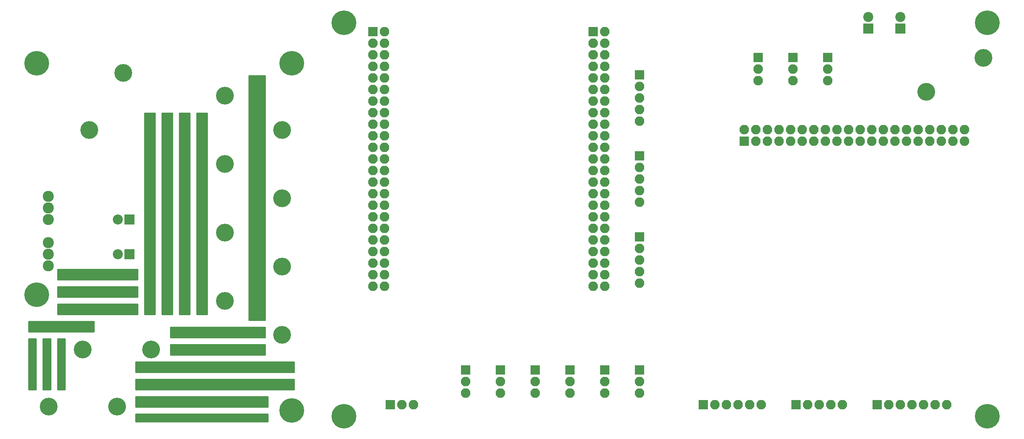
<source format=gbr>
G04 #@! TF.FileFunction,Soldermask,Bot*
%FSLAX46Y46*%
G04 Gerber Fmt 4.6, Leading zero omitted, Abs format (unit mm)*
G04 Created by KiCad (PCBNEW 4.0.3-stable) date 05/06/17 11:59:30*
%MOMM*%
%LPD*%
G01*
G04 APERTURE LIST*
%ADD10C,0.100000*%
%ADD11R,2.100000X2.100000*%
%ADD12O,2.100000X2.100000*%
%ADD13R,2.200000X2.200000*%
%ADD14C,2.200000*%
%ADD15C,3.900000*%
%ADD16C,5.400000*%
%ADD17C,2.432000*%
%ADD18C,0.254000*%
G04 APERTURE END LIST*
D10*
D11*
X114935000Y-50800000D03*
D12*
X117475000Y-50800000D03*
X114935000Y-53340000D03*
X117475000Y-53340000D03*
X114935000Y-55880000D03*
X117475000Y-55880000D03*
X114935000Y-58420000D03*
X117475000Y-58420000D03*
X114935000Y-60960000D03*
X117475000Y-60960000D03*
X114935000Y-63500000D03*
X117475000Y-63500000D03*
X114935000Y-66040000D03*
X117475000Y-66040000D03*
X114935000Y-68580000D03*
X117475000Y-68580000D03*
X114935000Y-71120000D03*
X117475000Y-71120000D03*
X114935000Y-73660000D03*
X117475000Y-73660000D03*
X114935000Y-76200000D03*
X117475000Y-76200000D03*
X114935000Y-78740000D03*
X117475000Y-78740000D03*
X114935000Y-81280000D03*
X117475000Y-81280000D03*
X114935000Y-83820000D03*
X117475000Y-83820000D03*
X114935000Y-86360000D03*
X117475000Y-86360000D03*
X114935000Y-88900000D03*
X117475000Y-88900000D03*
X114935000Y-91440000D03*
X117475000Y-91440000D03*
X114935000Y-93980000D03*
X117475000Y-93980000D03*
X114935000Y-96520000D03*
X117475000Y-96520000D03*
X114935000Y-99060000D03*
X117475000Y-99060000D03*
X114935000Y-101600000D03*
X117475000Y-101600000D03*
X114935000Y-104140000D03*
X117475000Y-104140000D03*
X114935000Y-106680000D03*
X117475000Y-106680000D03*
D11*
X163195000Y-50800000D03*
D12*
X165735000Y-50800000D03*
X163195000Y-53340000D03*
X165735000Y-53340000D03*
X163195000Y-55880000D03*
X165735000Y-55880000D03*
X163195000Y-58420000D03*
X165735000Y-58420000D03*
X163195000Y-60960000D03*
X165735000Y-60960000D03*
X163195000Y-63500000D03*
X165735000Y-63500000D03*
X163195000Y-66040000D03*
X165735000Y-66040000D03*
X163195000Y-68580000D03*
X165735000Y-68580000D03*
X163195000Y-71120000D03*
X165735000Y-71120000D03*
X163195000Y-73660000D03*
X165735000Y-73660000D03*
X163195000Y-76200000D03*
X165735000Y-76200000D03*
X163195000Y-78740000D03*
X165735000Y-78740000D03*
X163195000Y-81280000D03*
X165735000Y-81280000D03*
X163195000Y-83820000D03*
X165735000Y-83820000D03*
X163195000Y-86360000D03*
X165735000Y-86360000D03*
X163195000Y-88900000D03*
X165735000Y-88900000D03*
X163195000Y-91440000D03*
X165735000Y-91440000D03*
X163195000Y-93980000D03*
X165735000Y-93980000D03*
X163195000Y-96520000D03*
X165735000Y-96520000D03*
X163195000Y-99060000D03*
X165735000Y-99060000D03*
X163195000Y-101600000D03*
X165735000Y-101600000D03*
X163195000Y-104140000D03*
X165735000Y-104140000D03*
X163195000Y-106680000D03*
X165735000Y-106680000D03*
D11*
X187325000Y-132715000D03*
D12*
X189865000Y-132715000D03*
X192405000Y-132715000D03*
X194945000Y-132715000D03*
X197485000Y-132715000D03*
X200025000Y-132715000D03*
D11*
X225425000Y-132715000D03*
D12*
X227965000Y-132715000D03*
X230505000Y-132715000D03*
X233045000Y-132715000D03*
X235585000Y-132715000D03*
X238125000Y-132715000D03*
X240665000Y-132715000D03*
D11*
X207645000Y-132715000D03*
D12*
X210185000Y-132715000D03*
X212725000Y-132715000D03*
X215265000Y-132715000D03*
X217805000Y-132715000D03*
D11*
X196291200Y-74917300D03*
D12*
X196291200Y-72377300D03*
X198831200Y-74917300D03*
X198831200Y-72377300D03*
X201371200Y-74917300D03*
X201371200Y-72377300D03*
X203911200Y-74917300D03*
X203911200Y-72377300D03*
X206451200Y-74917300D03*
X206451200Y-72377300D03*
X208991200Y-74917300D03*
X208991200Y-72377300D03*
X211531200Y-74917300D03*
X211531200Y-72377300D03*
X214071200Y-74917300D03*
X214071200Y-72377300D03*
X216611200Y-74917300D03*
X216611200Y-72377300D03*
X219151200Y-74917300D03*
X219151200Y-72377300D03*
X221691200Y-74917300D03*
X221691200Y-72377300D03*
X224231200Y-74917300D03*
X224231200Y-72377300D03*
X226771200Y-74917300D03*
X226771200Y-72377300D03*
X229311200Y-74917300D03*
X229311200Y-72377300D03*
X231851200Y-74917300D03*
X231851200Y-72377300D03*
X234391200Y-74917300D03*
X234391200Y-72377300D03*
X236931200Y-74917300D03*
X236931200Y-72377300D03*
X239471200Y-74917300D03*
X239471200Y-72377300D03*
X242011200Y-74917300D03*
X242011200Y-72377300D03*
X244551200Y-74917300D03*
X244551200Y-72377300D03*
D13*
X223520000Y-50165000D03*
D14*
X223520000Y-47625000D03*
D13*
X230505000Y-50165000D03*
D14*
X230505000Y-47625000D03*
D11*
X173355000Y-78105000D03*
D12*
X173355000Y-80645000D03*
X173355000Y-83185000D03*
X173355000Y-85725000D03*
X173355000Y-88265000D03*
D11*
X173355000Y-60325000D03*
D12*
X173355000Y-62865000D03*
X173355000Y-65405000D03*
X173355000Y-67945000D03*
X173355000Y-70485000D03*
D11*
X214630000Y-56515000D03*
D12*
X214630000Y-59055000D03*
X214630000Y-61595000D03*
D11*
X207010000Y-56515000D03*
D12*
X207010000Y-59055000D03*
X207010000Y-61595000D03*
D11*
X199390000Y-56515000D03*
D12*
X199390000Y-59055000D03*
X199390000Y-61595000D03*
D11*
X173355000Y-95885000D03*
D12*
X173355000Y-98425000D03*
X173355000Y-100965000D03*
X173355000Y-103505000D03*
X173355000Y-106045000D03*
D11*
X173355000Y-125095000D03*
D12*
X173355000Y-127635000D03*
X173355000Y-130175000D03*
D11*
X165735000Y-125095000D03*
D12*
X165735000Y-127635000D03*
X165735000Y-130175000D03*
D11*
X158115000Y-125095000D03*
D12*
X158115000Y-127635000D03*
X158115000Y-130175000D03*
D11*
X150495000Y-125095000D03*
D12*
X150495000Y-127635000D03*
X150495000Y-130175000D03*
D11*
X118745000Y-132715000D03*
D12*
X121285000Y-132715000D03*
X123825000Y-132715000D03*
D15*
X248715000Y-56575000D03*
X236215000Y-64075000D03*
D16*
X249555000Y-135255000D03*
X108585000Y-135255000D03*
X108585000Y-48895000D03*
X249555000Y-48895000D03*
D11*
X142875000Y-125095000D03*
D12*
X142875000Y-127635000D03*
X142875000Y-130175000D03*
D11*
X135255000Y-125095000D03*
D12*
X135255000Y-127635000D03*
X135255000Y-130175000D03*
D15*
X60265000Y-59895000D03*
X52765000Y-72395000D03*
X43875000Y-133145000D03*
X51375000Y-120645000D03*
X58875000Y-133145000D03*
X66375000Y-120645000D03*
X95045000Y-117415000D03*
X82545000Y-109915000D03*
X95045000Y-102415000D03*
X82545000Y-94915000D03*
X95045000Y-87415000D03*
X82545000Y-79915000D03*
X95045000Y-72415000D03*
X82545000Y-64915000D03*
D17*
X43815000Y-99695000D03*
X43815000Y-102235000D03*
X43815000Y-97155000D03*
D13*
X61595000Y-99695000D03*
D14*
X59055000Y-99695000D03*
D13*
X61595000Y-92075000D03*
D14*
X59055000Y-92075000D03*
D16*
X41275000Y-108585000D03*
X41275000Y-57785000D03*
X97155000Y-133985000D03*
X97155000Y-57785000D03*
D17*
X43815000Y-89535000D03*
X43815000Y-92075000D03*
X43815000Y-86995000D03*
D18*
G36*
X67183000Y-68707000D02*
X67183000Y-112903000D01*
X64897000Y-112903000D01*
X64897000Y-68707000D01*
X67183000Y-68707000D01*
X67183000Y-68707000D01*
G37*
X67183000Y-68707000D02*
X67183000Y-112903000D01*
X64897000Y-112903000D01*
X64897000Y-68707000D01*
X67183000Y-68707000D01*
G36*
X78613000Y-68707000D02*
X78613000Y-112903000D01*
X76327000Y-112903000D01*
X76327000Y-68707000D01*
X78613000Y-68707000D01*
X78613000Y-68707000D01*
G37*
X78613000Y-68707000D02*
X78613000Y-112903000D01*
X76327000Y-112903000D01*
X76327000Y-68707000D01*
X78613000Y-68707000D01*
G36*
X74803000Y-68707000D02*
X74803000Y-112903000D01*
X72517000Y-112903000D01*
X72517000Y-68707000D01*
X74803000Y-68707000D01*
X74803000Y-68707000D01*
G37*
X74803000Y-68707000D02*
X74803000Y-112903000D01*
X72517000Y-112903000D01*
X72517000Y-68707000D01*
X74803000Y-68707000D01*
G36*
X70993000Y-68707000D02*
X70993000Y-112903000D01*
X68707000Y-112903000D01*
X68707000Y-68707000D01*
X70993000Y-68707000D01*
X70993000Y-68707000D01*
G37*
X70993000Y-68707000D02*
X70993000Y-112903000D01*
X68707000Y-112903000D01*
X68707000Y-68707000D01*
X70993000Y-68707000D01*
G36*
X41148000Y-118237000D02*
X41148000Y-129413000D01*
X39497000Y-129413000D01*
X39497000Y-118237000D01*
X41148000Y-118237000D01*
X41148000Y-118237000D01*
G37*
X41148000Y-118237000D02*
X41148000Y-129413000D01*
X39497000Y-129413000D01*
X39497000Y-118237000D01*
X41148000Y-118237000D01*
G36*
X63373000Y-102997000D02*
X63373000Y-105283000D01*
X45847000Y-105283000D01*
X45847000Y-102997000D01*
X63373000Y-102997000D01*
X63373000Y-102997000D01*
G37*
X63373000Y-102997000D02*
X63373000Y-105283000D01*
X45847000Y-105283000D01*
X45847000Y-102997000D01*
X63373000Y-102997000D01*
G36*
X63373000Y-106807000D02*
X63373000Y-109093000D01*
X45847000Y-109093000D01*
X45847000Y-106807000D01*
X63373000Y-106807000D01*
X63373000Y-106807000D01*
G37*
X63373000Y-106807000D02*
X63373000Y-109093000D01*
X45847000Y-109093000D01*
X45847000Y-106807000D01*
X63373000Y-106807000D01*
G36*
X63373000Y-110617000D02*
X63373000Y-112903000D01*
X45847000Y-112903000D01*
X45847000Y-110617000D01*
X63373000Y-110617000D01*
X63373000Y-110617000D01*
G37*
X63373000Y-110617000D02*
X63373000Y-112903000D01*
X45847000Y-112903000D01*
X45847000Y-110617000D01*
X63373000Y-110617000D01*
G36*
X53848000Y-114427000D02*
X53848000Y-116713000D01*
X39497000Y-116713000D01*
X39497000Y-114427000D01*
X53848000Y-114427000D01*
X53848000Y-114427000D01*
G37*
X53848000Y-114427000D02*
X53848000Y-116713000D01*
X39497000Y-116713000D01*
X39497000Y-114427000D01*
X53848000Y-114427000D01*
G36*
X44323000Y-118237000D02*
X44323000Y-129413000D01*
X42672000Y-129413000D01*
X42672000Y-118237000D01*
X44323000Y-118237000D01*
X44323000Y-118237000D01*
G37*
X44323000Y-118237000D02*
X44323000Y-129413000D01*
X42672000Y-129413000D01*
X42672000Y-118237000D01*
X44323000Y-118237000D01*
G36*
X47498000Y-118237000D02*
X47498000Y-129413000D01*
X45847000Y-129413000D01*
X45847000Y-118237000D01*
X47498000Y-118237000D01*
X47498000Y-118237000D01*
G37*
X47498000Y-118237000D02*
X47498000Y-129413000D01*
X45847000Y-129413000D01*
X45847000Y-118237000D01*
X47498000Y-118237000D01*
G36*
X91313000Y-60452000D02*
X91313000Y-114173000D01*
X87757000Y-114173000D01*
X87757000Y-60452000D01*
X91313000Y-60452000D01*
X91313000Y-60452000D01*
G37*
X91313000Y-60452000D02*
X91313000Y-114173000D01*
X87757000Y-114173000D01*
X87757000Y-60452000D01*
X91313000Y-60452000D01*
G36*
X91313000Y-115697000D02*
X91313000Y-117983000D01*
X70612000Y-117983000D01*
X70612000Y-115697000D01*
X91313000Y-115697000D01*
X91313000Y-115697000D01*
G37*
X91313000Y-115697000D02*
X91313000Y-117983000D01*
X70612000Y-117983000D01*
X70612000Y-115697000D01*
X91313000Y-115697000D01*
G36*
X91313000Y-119507000D02*
X91313000Y-121793000D01*
X70612000Y-121793000D01*
X70612000Y-119507000D01*
X91313000Y-119507000D01*
X91313000Y-119507000D01*
G37*
X91313000Y-119507000D02*
X91313000Y-121793000D01*
X70612000Y-121793000D01*
X70612000Y-119507000D01*
X91313000Y-119507000D01*
G36*
X97663000Y-123317000D02*
X97663000Y-125603000D01*
X62992000Y-125603000D01*
X62992000Y-123317000D01*
X97663000Y-123317000D01*
X97663000Y-123317000D01*
G37*
X97663000Y-123317000D02*
X97663000Y-125603000D01*
X62992000Y-125603000D01*
X62992000Y-123317000D01*
X97663000Y-123317000D01*
G36*
X97663000Y-127127000D02*
X97663000Y-129413000D01*
X62992000Y-129413000D01*
X62992000Y-127127000D01*
X97663000Y-127127000D01*
X97663000Y-127127000D01*
G37*
X97663000Y-127127000D02*
X97663000Y-129413000D01*
X62992000Y-129413000D01*
X62992000Y-127127000D01*
X97663000Y-127127000D01*
G36*
X91948000Y-130937000D02*
X91948000Y-133223000D01*
X62992000Y-133223000D01*
X62992000Y-130937000D01*
X91948000Y-130937000D01*
X91948000Y-130937000D01*
G37*
X91948000Y-130937000D02*
X91948000Y-133223000D01*
X62992000Y-133223000D01*
X62992000Y-130937000D01*
X91948000Y-130937000D01*
G36*
X91948000Y-134747000D02*
X91948000Y-136398000D01*
X62992000Y-136398000D01*
X62992000Y-134747000D01*
X91948000Y-134747000D01*
X91948000Y-134747000D01*
G37*
X91948000Y-134747000D02*
X91948000Y-136398000D01*
X62992000Y-136398000D01*
X62992000Y-134747000D01*
X91948000Y-134747000D01*
M02*

</source>
